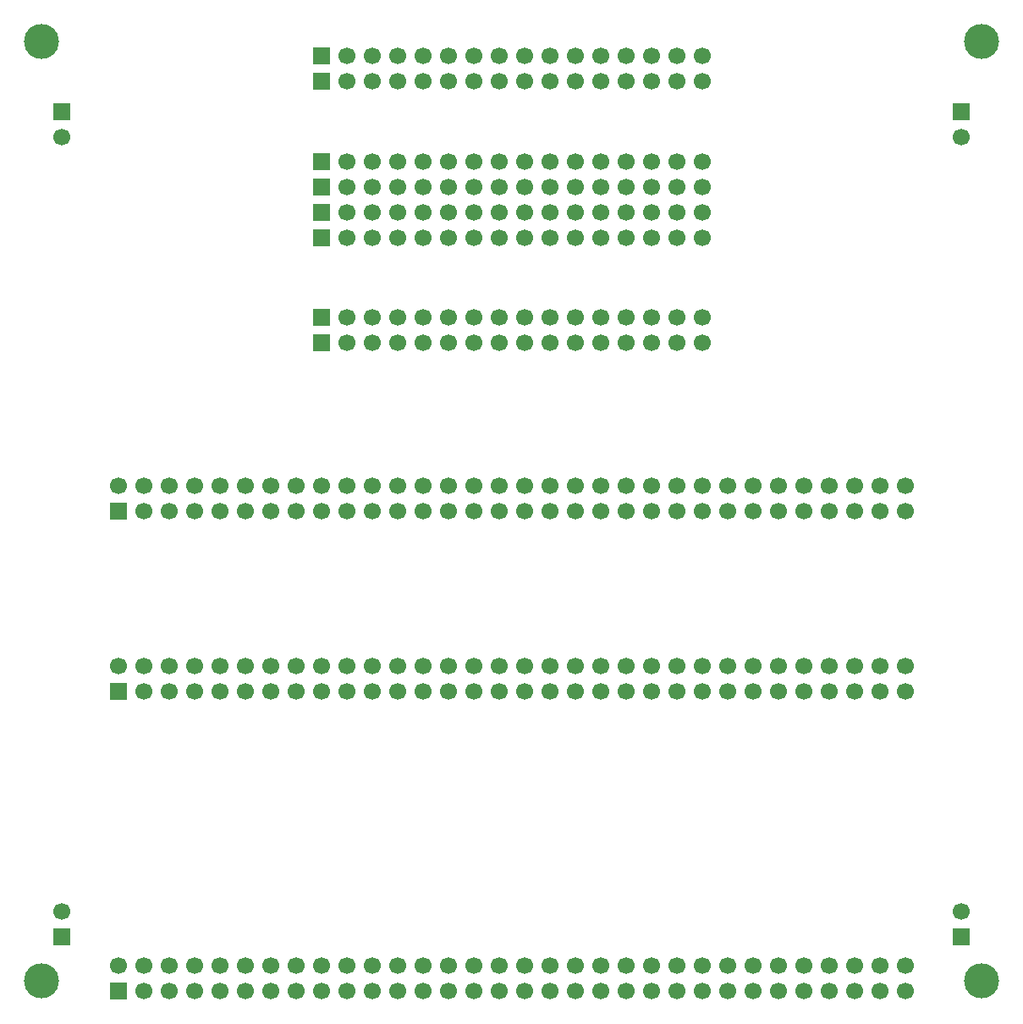
<source format=gbr>
%TF.GenerationSoftware,KiCad,Pcbnew,9.0.3*%
%TF.CreationDate,2025-07-27T21:56:44+02:00*%
%TF.ProjectId,RV523_CellTestBoard.final,52563532-335f-4436-956c-6c5465737442,rev?*%
%TF.SameCoordinates,Original*%
%TF.FileFunction,Soldermask,Bot*%
%TF.FilePolarity,Negative*%
%FSLAX46Y46*%
G04 Gerber Fmt 4.6, Leading zero omitted, Abs format (unit mm)*
G04 Created by KiCad (PCBNEW 9.0.3) date 2025-07-27 21:56:44*
%MOMM*%
%LPD*%
G01*
G04 APERTURE LIST*
%ADD10R,1.700000X1.700000*%
%ADD11C,1.700000*%
%ADD12C,3.500000*%
G04 APERTURE END LIST*
D10*
%TO.C,JN0*%
X30950000Y-33160000D03*
D11*
X33490000Y-33160000D03*
X36030000Y-33160000D03*
X38570000Y-33160000D03*
X41110000Y-33160000D03*
X43650000Y-33160000D03*
X46190000Y-33160000D03*
X48730000Y-33160000D03*
X51270000Y-33160000D03*
X53810000Y-33160000D03*
X56350000Y-33160000D03*
X58890000Y-33160000D03*
X61430000Y-33160000D03*
X63970000Y-33160000D03*
X66510000Y-33160000D03*
X69050000Y-33160000D03*
%TD*%
D10*
%TO.C,J2*%
X10630000Y-68000000D03*
D11*
X10630000Y-65460000D03*
X13170000Y-68000000D03*
X13170000Y-65460000D03*
X15710000Y-68000000D03*
X15710000Y-65460000D03*
X18250000Y-68000000D03*
X18250000Y-65460000D03*
X20790000Y-68000000D03*
X20790000Y-65460000D03*
X23330000Y-68000000D03*
X23330000Y-65460000D03*
X25870000Y-68000000D03*
X25870000Y-65460000D03*
X28410000Y-68000000D03*
X28410000Y-65460000D03*
X30950000Y-68000000D03*
X30950000Y-65460000D03*
X33490000Y-68000000D03*
X33490000Y-65460000D03*
X36030000Y-68000000D03*
X36030000Y-65460000D03*
X38570000Y-68000000D03*
X38570000Y-65460000D03*
X41110000Y-68000000D03*
X41110000Y-65460000D03*
X43650000Y-68000000D03*
X43650000Y-65460000D03*
X46190000Y-68000000D03*
X46190000Y-65460000D03*
X48730000Y-68000000D03*
X48730000Y-65460000D03*
X51270000Y-68000000D03*
X51270000Y-65460000D03*
X53810000Y-68000000D03*
X53810000Y-65460000D03*
X56350000Y-68000000D03*
X56350000Y-65460000D03*
X58890000Y-68000000D03*
X58890000Y-65460000D03*
X61430000Y-68000000D03*
X61430000Y-65460000D03*
X63970000Y-68000000D03*
X63970000Y-65460000D03*
X66510000Y-68000000D03*
X66510000Y-65460000D03*
X69050000Y-68000000D03*
X69050000Y-65460000D03*
X71590000Y-68000000D03*
X71590000Y-65460000D03*
X74130000Y-68000000D03*
X74130000Y-65460000D03*
X76670000Y-68000000D03*
X76670000Y-65460000D03*
X79210000Y-68000000D03*
X79210000Y-65460000D03*
X81750000Y-68000000D03*
X81750000Y-65460000D03*
X84290000Y-68000000D03*
X84290000Y-65460000D03*
X86830000Y-68000000D03*
X86830000Y-65460000D03*
X89370000Y-68000000D03*
X89370000Y-65460000D03*
%TD*%
D10*
%TO.C,JPD*%
X30950000Y-17540000D03*
D11*
X33490000Y-17540000D03*
X36030000Y-17540000D03*
X38570000Y-17540000D03*
X41110000Y-17540000D03*
X43650000Y-17540000D03*
X46190000Y-17540000D03*
X48730000Y-17540000D03*
X51270000Y-17540000D03*
X53810000Y-17540000D03*
X56350000Y-17540000D03*
X58890000Y-17540000D03*
X61430000Y-17540000D03*
X63970000Y-17540000D03*
X66510000Y-17540000D03*
X69050000Y-17540000D03*
%TD*%
D10*
%TO.C,JPG*%
X30950000Y-15000000D03*
D11*
X33490000Y-15000000D03*
X36030000Y-15000000D03*
X38570000Y-15000000D03*
X41110000Y-15000000D03*
X43650000Y-15000000D03*
X46190000Y-15000000D03*
X48730000Y-15000000D03*
X51270000Y-15000000D03*
X53810000Y-15000000D03*
X56350000Y-15000000D03*
X58890000Y-15000000D03*
X61430000Y-15000000D03*
X63970000Y-15000000D03*
X66510000Y-15000000D03*
X69050000Y-15000000D03*
%TD*%
D12*
%TO.C,REF\u002A\u002A*%
X97000000Y-3000000D03*
%TD*%
D10*
%TO.C,JSupply2*%
X95000000Y-10000000D03*
D11*
X95000000Y-12540000D03*
%TD*%
D10*
%TO.C,J1*%
X10630000Y-50000000D03*
D11*
X10630000Y-47460000D03*
X13170000Y-50000000D03*
X13170000Y-47460000D03*
X15710000Y-50000000D03*
X15710000Y-47460000D03*
X18250000Y-50000000D03*
X18250000Y-47460000D03*
X20790000Y-50000000D03*
X20790000Y-47460000D03*
X23330000Y-50000000D03*
X23330000Y-47460000D03*
X25870000Y-50000000D03*
X25870000Y-47460000D03*
X28410000Y-50000000D03*
X28410000Y-47460000D03*
X30950000Y-50000000D03*
X30950000Y-47460000D03*
X33490000Y-50000000D03*
X33490000Y-47460000D03*
X36030000Y-50000000D03*
X36030000Y-47460000D03*
X38570000Y-50000000D03*
X38570000Y-47460000D03*
X41110000Y-50000000D03*
X41110000Y-47460000D03*
X43650000Y-50000000D03*
X43650000Y-47460000D03*
X46190000Y-50000000D03*
X46190000Y-47460000D03*
X48730000Y-50000000D03*
X48730000Y-47460000D03*
X51270000Y-50000000D03*
X51270000Y-47460000D03*
X53810000Y-50000000D03*
X53810000Y-47460000D03*
X56350000Y-50000000D03*
X56350000Y-47460000D03*
X58890000Y-50000000D03*
X58890000Y-47460000D03*
X61430000Y-50000000D03*
X61430000Y-47460000D03*
X63970000Y-50000000D03*
X63970000Y-47460000D03*
X66510000Y-50000000D03*
X66510000Y-47460000D03*
X69050000Y-50000000D03*
X69050000Y-47460000D03*
X71590000Y-50000000D03*
X71590000Y-47460000D03*
X74130000Y-50000000D03*
X74130000Y-47460000D03*
X76670000Y-50000000D03*
X76670000Y-47460000D03*
X79210000Y-50000000D03*
X79210000Y-47460000D03*
X81750000Y-50000000D03*
X81750000Y-47460000D03*
X84290000Y-50000000D03*
X84290000Y-47460000D03*
X86830000Y-50000000D03*
X86830000Y-47460000D03*
X89370000Y-50000000D03*
X89370000Y-47460000D03*
%TD*%
D10*
%TO.C,JSupply4*%
X95000000Y-92540000D03*
D11*
X95000000Y-90000000D03*
%TD*%
D12*
%TO.C,REF\u002A\u002A*%
X3000000Y-97000000D03*
%TD*%
D10*
%TO.C,JPS*%
X30950000Y-7000000D03*
D11*
X33490000Y-7000000D03*
X36030000Y-7000000D03*
X38570000Y-7000000D03*
X41110000Y-7000000D03*
X43650000Y-7000000D03*
X46190000Y-7000000D03*
X48730000Y-7000000D03*
X51270000Y-7000000D03*
X53810000Y-7000000D03*
X56350000Y-7000000D03*
X58890000Y-7000000D03*
X61430000Y-7000000D03*
X63970000Y-7000000D03*
X66510000Y-7000000D03*
X69050000Y-7000000D03*
%TD*%
D12*
%TO.C,REF\u002A\u002A*%
X3000000Y-3000000D03*
%TD*%
D10*
%TO.C,JND*%
X30950000Y-20080000D03*
D11*
X33490000Y-20080000D03*
X36030000Y-20080000D03*
X38570000Y-20080000D03*
X41110000Y-20080000D03*
X43650000Y-20080000D03*
X46190000Y-20080000D03*
X48730000Y-20080000D03*
X51270000Y-20080000D03*
X53810000Y-20080000D03*
X56350000Y-20080000D03*
X58890000Y-20080000D03*
X61430000Y-20080000D03*
X63970000Y-20080000D03*
X66510000Y-20080000D03*
X69050000Y-20080000D03*
%TD*%
D12*
%TO.C,REF\u002A\u002A*%
X97000000Y-97000000D03*
%TD*%
D10*
%TO.C,JNG*%
X30950000Y-22620000D03*
D11*
X33490000Y-22620000D03*
X36030000Y-22620000D03*
X38570000Y-22620000D03*
X41110000Y-22620000D03*
X43650000Y-22620000D03*
X46190000Y-22620000D03*
X48730000Y-22620000D03*
X51270000Y-22620000D03*
X53810000Y-22620000D03*
X56350000Y-22620000D03*
X58890000Y-22620000D03*
X61430000Y-22620000D03*
X63970000Y-22620000D03*
X66510000Y-22620000D03*
X69050000Y-22620000D03*
%TD*%
D10*
%TO.C,JNS*%
X30950000Y-30620000D03*
D11*
X33490000Y-30620000D03*
X36030000Y-30620000D03*
X38570000Y-30620000D03*
X41110000Y-30620000D03*
X43650000Y-30620000D03*
X46190000Y-30620000D03*
X48730000Y-30620000D03*
X51270000Y-30620000D03*
X53810000Y-30620000D03*
X56350000Y-30620000D03*
X58890000Y-30620000D03*
X61430000Y-30620000D03*
X63970000Y-30620000D03*
X66510000Y-30620000D03*
X69050000Y-30620000D03*
%TD*%
D10*
%TO.C,JSupply1*%
X5000000Y-10000000D03*
D11*
X5000000Y-12540000D03*
%TD*%
D10*
%TO.C,JSupply3*%
X5000000Y-92540000D03*
D11*
X5000000Y-90000000D03*
%TD*%
D10*
%TO.C,J3*%
X10630000Y-98000000D03*
D11*
X10630000Y-95460000D03*
X13170000Y-98000000D03*
X13170000Y-95460000D03*
X15710000Y-98000000D03*
X15710000Y-95460000D03*
X18250000Y-98000000D03*
X18250000Y-95460000D03*
X20790000Y-98000000D03*
X20790000Y-95460000D03*
X23330000Y-98000000D03*
X23330000Y-95460000D03*
X25870000Y-98000000D03*
X25870000Y-95460000D03*
X28410000Y-98000000D03*
X28410000Y-95460000D03*
X30950000Y-98000000D03*
X30950000Y-95460000D03*
X33490000Y-98000000D03*
X33490000Y-95460000D03*
X36030000Y-98000000D03*
X36030000Y-95460000D03*
X38570000Y-98000000D03*
X38570000Y-95460000D03*
X41110000Y-98000000D03*
X41110000Y-95460000D03*
X43650000Y-98000000D03*
X43650000Y-95460000D03*
X46190000Y-98000000D03*
X46190000Y-95460000D03*
X48730000Y-98000000D03*
X48730000Y-95460000D03*
X51270000Y-98000000D03*
X51270000Y-95460000D03*
X53810000Y-98000000D03*
X53810000Y-95460000D03*
X56350000Y-98000000D03*
X56350000Y-95460000D03*
X58890000Y-98000000D03*
X58890000Y-95460000D03*
X61430000Y-98000000D03*
X61430000Y-95460000D03*
X63970000Y-98000000D03*
X63970000Y-95460000D03*
X66510000Y-98000000D03*
X66510000Y-95460000D03*
X69050000Y-98000000D03*
X69050000Y-95460000D03*
X71590000Y-98000000D03*
X71590000Y-95460000D03*
X74130000Y-98000000D03*
X74130000Y-95460000D03*
X76670000Y-98000000D03*
X76670000Y-95460000D03*
X79210000Y-98000000D03*
X79210000Y-95460000D03*
X81750000Y-98000000D03*
X81750000Y-95460000D03*
X84290000Y-98000000D03*
X84290000Y-95460000D03*
X86830000Y-98000000D03*
X86830000Y-95460000D03*
X89370000Y-98000000D03*
X89370000Y-95460000D03*
%TD*%
D10*
%TO.C,JP1*%
X30950000Y-4460000D03*
D11*
X33490000Y-4460000D03*
X36030000Y-4460000D03*
X38570000Y-4460000D03*
X41110000Y-4460000D03*
X43650000Y-4460000D03*
X46190000Y-4460000D03*
X48730000Y-4460000D03*
X51270000Y-4460000D03*
X53810000Y-4460000D03*
X56350000Y-4460000D03*
X58890000Y-4460000D03*
X61430000Y-4460000D03*
X63970000Y-4460000D03*
X66510000Y-4460000D03*
X69050000Y-4460000D03*
%TD*%
M02*

</source>
